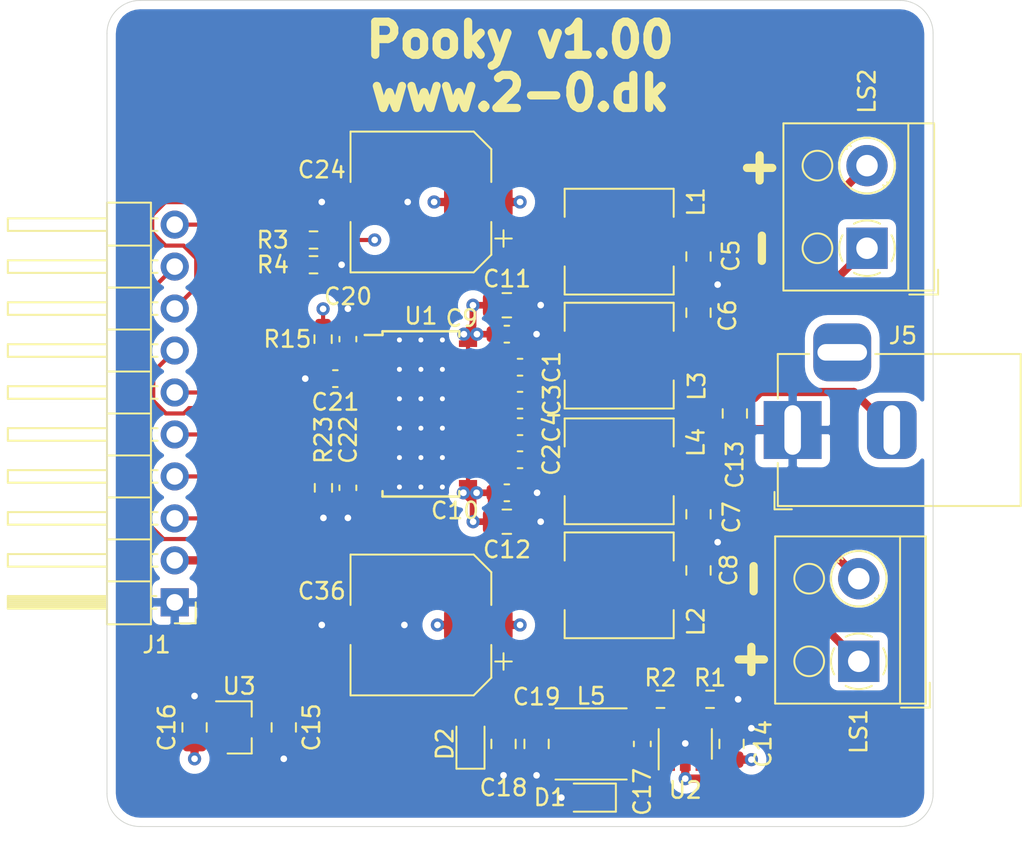
<source format=kicad_pcb>
(kicad_pcb (version 20171130) (host pcbnew 5.1.9-73d0e3b20d~88~ubuntu20.04.1)
  (title_block (title Pooky) (date 2021-06-05) (rev v1.00) (company www.2-0.dk))
  (layers (0 F.Cu signal) (1 In1.Cu signal) (2 In2.Cu signal) (31 B.Cu signal) (34 B.Paste user) (35 F.Paste user) (36 B.SilkS user) (37 F.SilkS user) (38 B.Mask user) (39 F.Mask user) (44 Edge.Cuts user))
  (net 0 "")
  (net 1 "Net-(C1-Pad2)")
  (net 2 "Net-(C1-Pad1)")
  (net 3 "Net-(C2-Pad2)")
  (net 4 "Net-(C2-Pad1)")
  (net 5 "Net-(C3-Pad1)")
  (net 6 "Net-(C3-Pad2)")
  (net 7 "Net-(C4-Pad2)")
  (net 8 "Net-(C4-Pad1)")
  (net 9 GND)
  (net 10 vin)
  (net 11 +5V)
  (net 12 +3V3)
  (net 13 "Net-(C17-Pad2)")
  (net 14 "Net-(C17-Pad1)")
  (net 15 "Net-(C18-Pad1)")
  (net 16 "Net-(C21-Pad2)")
  (net 17 "Net-(C22-Pad2)")
  (net 18 "Net-(R1-Pad1)")
  (net 19 tas_fault)
  (net 20 tas_pdn)
  (net 21 i2c_sda)
  (net 22 i2c_scl)
  (net 23 "Net-(C5-Pad2)")
  (net 24 "Net-(C6-Pad1)")
  (net 25 "Net-(C7-Pad2)")
  (net 26 "Net-(C8-Pad1)")
  (net 27 i2s1_ws)
  (net 28 i2s1_ck)
  (net 29 i2s1_sd)
  (net 30 adc_vin)
  (module Inductor_SMD:L_Coilcraft_XxL4040 (layer F.Cu) (at 179.3 120 180)
    (fp_text reference L5 (at 0 2.9) (layer F.SilkS))
    (fp_text value 4,7u)
    (pad 1 smd rect (at -1.185 0 180) (size 0.98 3.4) (layers F.Cu F.Paste F.Mask) (net 13 "Net-(C17-Pad2)"))
    (pad 2 smd rect (at 1.185 0 180) (size 0.98 3.4) (layers F.Cu F.Paste F.Mask) (net 15 "Net-(C18-Pad1)"))
  )
  (module Capacitor_SMD:C_0603_1608Metric (layer F.Cu) (at 175 97.2)
    (fp_text reference C1 (at 1.92 0 270) (layer F.SilkS))
    (fp_text value 220n)
    (pad 2 smd roundrect (at 0.775 0) (size 0.9 0.95) (layers F.Cu F.Paste F.Mask) (net 1 "Net-(C1-Pad2)"))
    (pad 1 smd roundrect (at -0.775 0) (size 0.9 0.95) (layers F.Cu F.Paste F.Mask) (net 2 "Net-(C1-Pad1)"))
  )
  (module Capacitor_SMD:C_0603_1608Metric (layer F.Cu) (at 175 102.8)
    (fp_text reference C2 (at 1.9 0 90) (layer F.SilkS))
    (fp_text value 220n)
    (pad 2 smd roundrect (at 0.775 0) (size 0.9 0.95) (layers F.Cu F.Paste F.Mask) (net 3 "Net-(C2-Pad2)"))
    (pad 1 smd roundrect (at -0.775 0) (size 0.9 0.95) (layers F.Cu F.Paste F.Mask) (net 4 "Net-(C2-Pad1)"))
  )
  (module Capacitor_SMD:C_0603_1608Metric (layer F.Cu) (at 175 99.2)
    (fp_text reference C3 (at 1.93 -0.01 90) (layer F.SilkS))
    (fp_text value 220n)
    (pad 1 smd roundrect (at -0.775 0) (size 0.9 0.95) (layers F.Cu F.Paste F.Mask) (net 5 "Net-(C3-Pad1)"))
    (pad 2 smd roundrect (at 0.775 0) (size 0.9 0.95) (layers F.Cu F.Paste F.Mask) (net 6 "Net-(C3-Pad2)"))
  )
  (module Capacitor_SMD:C_0603_1608Metric (layer F.Cu) (at 175 100.8)
    (fp_text reference C4 (at 1.91 0 90) (layer F.SilkS))
    (fp_text value 220n)
    (pad 2 smd roundrect (at 0.775 0) (size 0.9 0.95) (layers F.Cu F.Paste F.Mask) (net 7 "Net-(C4-Pad2)"))
    (pad 1 smd roundrect (at -0.775 0) (size 0.9 0.95) (layers F.Cu F.Paste F.Mask) (net 8 "Net-(C4-Pad1)"))
  )
  (module Capacitor_SMD:C_0805_2012Metric (layer F.Cu) (at 185.8 90.5 90)
    (fp_text reference C5 (at 0.04 1.96 90) (layer F.SilkS))
    (fp_text value 680n)
    (pad 2 smd roundrect (at 0.95 0 90) (size 1 1.45) (layers F.Cu F.Paste F.Mask) (net 23 "Net-(C5-Pad2)"))
    (pad 1 smd roundrect (at -0.95 0 90) (size 1 1.45) (layers F.Cu F.Paste F.Mask) (net 9 GND))
  )
  (module Capacitor_SMD:C_0805_2012Metric (layer F.Cu) (at 185.8 93.9 90)
    (fp_text reference C6 (at -0.18 1.76 90) (layer F.SilkS))
    (fp_text value 680n)
    (pad 2 smd roundrect (at 0.95 0 90) (size 1 1.45) (layers F.Cu F.Paste F.Mask) (net 9 GND))
    (pad 1 smd roundrect (at -0.95 0 90) (size 1 1.45) (layers F.Cu F.Paste F.Mask) (net 24 "Net-(C6-Pad1)"))
  )
  (module Capacitor_SMD:C_0805_2012Metric (layer F.Cu) (at 185.8 106.1 90)
    (fp_text reference C7 (at -0.19 2 90) (layer F.SilkS))
    (fp_text value 680n)
    (pad 1 smd roundrect (at -0.95 0 90) (size 1 1.45) (layers F.Cu F.Paste F.Mask) (net 9 GND))
    (pad 2 smd roundrect (at 0.95 0 90) (size 1 1.45) (layers F.Cu F.Paste F.Mask) (net 25 "Net-(C7-Pad2)"))
  )
  (module Capacitor_SMD:C_0805_2012Metric (layer F.Cu) (at 185.8 109.5 90)
    (fp_text reference C8 (at 0.02 1.83 90) (layer F.SilkS))
    (fp_text value 680n)
    (pad 1 smd roundrect (at -0.95 0 90) (size 1 1.45) (layers F.Cu F.Paste F.Mask) (net 26 "Net-(C8-Pad1)"))
    (pad 2 smd roundrect (at 0.95 0 90) (size 1 1.45) (layers F.Cu F.Paste F.Mask) (net 9 GND))
  )
  (module Capacitor_SMD:C_0603_1608Metric (layer F.Cu) (at 174.2 95.2)
    (fp_text reference C9 (at -2.73 -0.96) (layer F.SilkS))
    (fp_text value 100n)
    (pad 1 smd roundrect (at -0.775 0) (size 0.9 0.95) (layers F.Cu F.Paste F.Mask) (net 10 vin))
    (pad 2 smd roundrect (at 0.775 0) (size 0.9 0.95) (layers F.Cu F.Paste F.Mask) (net 9 GND))
  )
  (module Capacitor_SMD:C_0603_1608Metric (layer F.Cu) (at 174.2 104.8)
    (fp_text reference C10 (at -3.14 1.08) (layer F.SilkS))
    (fp_text value 100n)
    (pad 1 smd roundrect (at -0.775 0) (size 0.9 0.95) (layers F.Cu F.Paste F.Mask) (net 10 vin))
    (pad 2 smd roundrect (at 0.775 0) (size 0.9 0.95) (layers F.Cu F.Paste F.Mask) (net 9 GND))
  )
  (module Capacitor_SMD:C_0805_2012Metric (layer F.Cu) (at 174.2 93.45)
    (fp_text reference C11 (at 0.01 -1.6) (layer F.SilkS))
    (fp_text value 10u)
    (pad 1 smd roundrect (at -0.95 0) (size 1 1.45) (layers F.Cu F.Paste F.Mask) (net 10 vin))
    (pad 2 smd roundrect (at 0.95 0) (size 1 1.45) (layers F.Cu F.Paste F.Mask) (net 9 GND))
  )
  (module Capacitor_SMD:C_0805_2012Metric (layer F.Cu) (at 174.2 106.55)
    (fp_text reference C12 (at 0.01 1.69) (layer F.SilkS))
    (fp_text value 10u)
    (pad 1 smd roundrect (at -0.95 0) (size 1 1.45) (layers F.Cu F.Paste F.Mask) (net 10 vin))
    (pad 2 smd roundrect (at 0.95 0) (size 1 1.45) (layers F.Cu F.Paste F.Mask) (net 9 GND))
  )
  (module Capacitor_SMD:C_0805_2012Metric (layer F.Cu) (at 188 100 270)
    (fp_text reference C13 (at 3.1 0 90) (layer F.SilkS))
    (fp_text value 10u)
    (pad 1 smd roundrect (at -0.95 0 270) (size 1 1.45) (layers F.Cu F.Paste F.Mask) (net 10 vin))
    (pad 2 smd roundrect (at 0.95 0 270) (size 1 1.45) (layers F.Cu F.Paste F.Mask) (net 9 GND))
  )
  (module Capacitor_SMD:C_0805_2012Metric (layer F.Cu) (at 187.8 120 90)
    (fp_text reference C14 (at 0 1.9 90) (layer F.SilkS))
    (fp_text value 10u)
    (pad 2 smd roundrect (at 0.95 0 90) (size 1 1.45) (layers F.Cu F.Paste F.Mask) (net 9 GND))
    (pad 1 smd roundrect (at -0.95 0 90) (size 1 1.45) (layers F.Cu F.Paste F.Mask) (net 10 vin))
  )
  (module Capacitor_SMD:C_0805_2012Metric (layer F.Cu) (at 155.3 119 90)
    (fp_text reference C16 (at 0 -1.68 90) (layer F.SilkS))
    (fp_text value 10u)
    (pad 2 smd roundrect (at 0.95 0 90) (size 1 1.45) (layers F.Cu F.Paste F.Mask) (net 9 GND))
    (pad 1 smd roundrect (at -0.95 0 90) (size 1 1.45) (layers F.Cu F.Paste F.Mask) (net 12 +3V3))
  )
  (module Capacitor_SMD:C_0603_1608Metric (layer F.Cu) (at 182.4 120 270)
    (fp_text reference C17 (at 2.9 0 270) (layer F.SilkS))
    (fp_text value 22n)
    (pad 2 smd roundrect (at 0.775 0 270) (size 0.9 0.95) (layers F.Cu F.Paste F.Mask) (net 13 "Net-(C17-Pad2)"))
    (pad 1 smd roundrect (at -0.775 0 270) (size 0.9 0.95) (layers F.Cu F.Paste F.Mask) (net 14 "Net-(C17-Pad1)"))
  )
  (module Capacitor_SMD:C_0805_2012Metric (layer F.Cu) (at 174 120 270)
    (fp_text reference C18 (at 2.65 0 180) (layer F.SilkS))
    (fp_text value 10u)
    (pad 2 smd roundrect (at 0.95 0 270) (size 1 1.45) (layers F.Cu F.Paste F.Mask) (net 9 GND))
    (pad 1 smd roundrect (at -0.95 0 270) (size 1 1.45) (layers F.Cu F.Paste F.Mask) (net 15 "Net-(C18-Pad1)"))
  )
  (module Capacitor_SMD:C_0805_2012Metric (layer F.Cu) (at 176 120 270)
    (fp_text reference C19 (at -2.85 0 180) (layer F.SilkS))
    (fp_text value 10u)
    (pad 1 smd roundrect (at -0.95 0 270) (size 1 1.45) (layers F.Cu F.Paste F.Mask) (net 15 "Net-(C18-Pad1)"))
    (pad 2 smd roundrect (at 0.95 0 270) (size 1 1.45) (layers F.Cu F.Paste F.Mask) (net 9 GND))
  )
  (module Capacitor_SMD:C_0603_1608Metric (layer F.Cu) (at 164.58 95.5 270)
    (fp_text reference C20 (at -2.58 -0.01 180) (layer F.SilkS))
    (fp_text value 100n)
    (pad 2 smd roundrect (at 0.775 0 270) (size 0.9 0.95) (layers F.Cu F.Paste F.Mask) (net 12 +3V3))
    (pad 1 smd roundrect (at -0.775 0 270) (size 0.9 0.95) (layers F.Cu F.Paste F.Mask) (net 9 GND))
  )
  (module Capacitor_SMD:C_0603_1608Metric (layer F.Cu) (at 163.82 97.89)
    (fp_text reference C21 (at 0 1.42) (layer F.SilkS))
    (fp_text value 1u)
    (pad 1 smd roundrect (at -0.775 0) (size 0.9 0.95) (layers F.Cu F.Paste F.Mask) (net 9 GND))
    (pad 2 smd roundrect (at 0.775 0) (size 0.9 0.95) (layers F.Cu F.Paste F.Mask) (net 16 "Net-(C21-Pad2)"))
  )
  (module Capacitor_SMD:C_0603_1608Metric (layer F.Cu) (at 164.58 104.5 90)
    (fp_text reference C22 (at 2.9 0.02 90) (layer F.SilkS))
    (fp_text value 1u)
    (pad 1 smd roundrect (at -0.775 0 90) (size 0.9 0.95) (layers F.Cu F.Paste F.Mask) (net 9 GND))
    (pad 2 smd roundrect (at 0.775 0 90) (size 0.9 0.95) (layers F.Cu F.Paste F.Mask) (net 17 "Net-(C22-Pad2)"))
  )
  (module Capacitor_SMD:CP_Elec_8x11.9 (layer F.Cu) (at 169 87.2 180)
    (fp_text reference C24 (at 6 1.95) (layer F.SilkS))
    (fp_text value 330u)
    (pad 1 smd roundrect (at -3.475 0 180) (size 4.15 1.9) (layers F.Cu F.Paste F.Mask) (roundrect_rratio 0.131578947368421) (net 10 vin))
    (pad 2 smd roundrect (at 3.475 0 180) (size 4.15 1.9) (layers F.Cu F.Paste F.Mask) (roundrect_rratio 0.131578947368421) (net 9 GND))
  )
  (module Capacitor_SMD:CP_Elec_8x11.9 (layer F.Cu) (at 169 112.8 180)
    (fp_text reference C36 (at 6 2.05) (layer F.SilkS))
    (fp_text value 330u)
    (pad 2 smd roundrect (at 3.475 0 180) (size 4.15 1.9) (layers F.Cu F.Paste F.Mask) (roundrect_rratio 0.131578947368421) (net 9 GND))
    (pad 1 smd roundrect (at -3.475 0 180) (size 4.15 1.9) (layers F.Cu F.Paste F.Mask) (roundrect_rratio 0.131578947368421) (net 10 vin))
  )
  (module Diode_SMD:D_SOD-323 (layer F.Cu) (at 179.3 123.25 180)
    (fp_text reference D1 (at 2.5 0.01 180) (layer F.SilkS))
    (fp_text value 1N5819WS)
    (pad 2 smd rect (at 1.05 0 180) (size 0.6 0.45) (layers F.Cu F.Paste F.Mask) (net 9 GND))
    (pad 1 smd rect (at -1.05 0 180) (size 0.6 0.45) (layers F.Cu F.Paste F.Mask) (net 13 "Net-(C17-Pad2)"))
  )
  (module Diode_SMD:D_SOD-323 (layer F.Cu) (at 172 120 90)
    (fp_text reference D2 (at 0 -1.55 90) (layer F.SilkS))
    (fp_text value 1N5819WS)
    (pad 1 smd rect (at -1.05 0 90) (size 0.6 0.45) (layers F.Cu F.Paste F.Mask) (net 11 +5V))
    (pad 2 smd rect (at 1.05 0 90) (size 0.6 0.45) (layers F.Cu F.Paste F.Mask) (net 15 "Net-(C18-Pad1)"))
  )
  (module Inductor_SMD:L_6.3x6.3_H3 (layer F.Cu) (at 181 89.6)
    (fp_text reference L1 (at 4.65 -2.4 90) (layer F.SilkS))
    (fp_text value 4,7u)
    (pad 2 smd rect (at 2.75 0) (size 1.5 2.4) (layers F.Cu F.Paste F.Mask) (net 23 "Net-(C5-Pad2)"))
    (pad 1 smd rect (at -2.75 0) (size 1.5 2.4) (layers F.Cu F.Paste F.Mask) (net 1 "Net-(C1-Pad2)"))
  )
  (module Inductor_SMD:L_6.3x6.3_H3 (layer F.Cu) (at 181 110.4)
    (fp_text reference L2 (at 4.65 2.2 90) (layer F.SilkS))
    (fp_text value 4,7u)
    (pad 1 smd rect (at -2.75 0) (size 1.5 2.4) (layers F.Cu F.Paste F.Mask) (net 3 "Net-(C2-Pad2)"))
    (pad 2 smd rect (at 2.75 0) (size 1.5 2.4) (layers F.Cu F.Paste F.Mask) (net 26 "Net-(C8-Pad1)"))
  )
  (module Inductor_SMD:L_6.3x6.3_H3 (layer F.Cu) (at 181 96.5)
    (fp_text reference L3 (at 4.7 1.85 90) (layer F.SilkS))
    (fp_text value 4,7u)
    (pad 2 smd rect (at 2.75 0) (size 1.5 2.4) (layers F.Cu F.Paste F.Mask) (net 24 "Net-(C6-Pad1)"))
    (pad 1 smd rect (at -2.75 0) (size 1.5 2.4) (layers F.Cu F.Paste F.Mask) (net 6 "Net-(C3-Pad2)"))
  )
  (module Inductor_SMD:L_6.3x6.3_H3 (layer F.Cu) (at 181 103.5)
    (fp_text reference L4 (at 4.65 -1.75 90) (layer F.SilkS))
    (fp_text value 4,7u)
    (pad 1 smd rect (at -2.75 0) (size 1.5 2.4) (layers F.Cu F.Paste F.Mask) (net 7 "Net-(C4-Pad2)"))
    (pad 2 smd rect (at 2.75 0) (size 1.5 2.4) (layers F.Cu F.Paste F.Mask) (net 25 "Net-(C7-Pad2)"))
  )
  (module Resistor_SMD:R_0603_1608Metric (layer F.Cu) (at 186.5 117.3)
    (fp_text reference R1 (at 0 -1.3) (layer F.SilkS))
    (fp_text value 10k)
    (pad 2 smd roundrect (at 0.825 0) (size 0.8 0.95) (layers F.Cu F.Paste F.Mask) (net 9 GND))
    (pad 1 smd roundrect (at -0.825 0) (size 0.8 0.95) (layers F.Cu F.Paste F.Mask) (net 18 "Net-(R1-Pad1)"))
  )
  (module Resistor_SMD:R_0603_1608Metric (layer F.Cu) (at 183.5 117.3)
    (fp_text reference R2 (at 0 -1.3) (layer F.SilkS))
    (fp_text value 51k)
    (pad 1 smd roundrect (at -0.825 0) (size 0.8 0.95) (layers F.Cu F.Paste F.Mask) (net 15 "Net-(C18-Pad1)"))
    (pad 2 smd roundrect (at 0.825 0) (size 0.8 0.95) (layers F.Cu F.Paste F.Mask) (net 18 "Net-(R1-Pad1)"))
  )
  (module Resistor_SMD:R_0603_1608Metric (layer F.Cu) (at 163.08 95.5 90)
    (fp_text reference R15 (at 0 -2.16 180) (layer F.SilkS))
    (fp_text value 4k7)
    (pad 1 smd roundrect (at -0.825 0 90) (size 0.8 0.95) (layers F.Cu F.Paste F.Mask) (net 19 tas_fault))
    (pad 2 smd roundrect (at 0.825 0 90) (size 0.8 0.95) (layers F.Cu F.Paste F.Mask) (net 12 +3V3))
  )
  (module Resistor_SMD:R_0603_1608Metric (layer F.Cu) (at 163.1 104.5 90)
    (fp_text reference R23 (at 2.9 0 90) (layer F.SilkS))
    (fp_text value 100k)
    (pad 2 smd roundrect (at 0.825 0 90) (size 0.8 0.95) (layers F.Cu F.Paste F.Mask) (net 20 tas_pdn))
    (pad 1 smd roundrect (at -0.825 0 90) (size 0.8 0.95) (layers F.Cu F.Paste F.Mask) (net 9 GND))
  )
  (module Package_SO:HTSSOP-28-1EP_4.4x9.7mm_P0.65mm_EP3.4x9.5mm_Mask2.4x6.17mm_ThermalVias (layer F.Cu) (at 169 100)
    (fp_text reference U1 (at 0 -5.9) (layer F.SilkS))
    (fp_text value TAS5805M)
    (pad 1 smd rect (at -2.85 -4.225) (size 1.1 0.4) (layers F.Cu F.Paste F.Mask) (net 9 GND))
    (pad 2 smd rect (at -2.85 -3.575) (size 1.1 0.4) (layers F.Cu F.Paste F.Mask) (net 12 +3V3))
    (pad 3 smd rect (at -2.85 -2.925) (size 1.1 0.4) (layers F.Cu F.Paste F.Mask) (net 19 tas_fault))
    (pad 4 smd rect (at -2.85 -2.275) (size 1.1 0.4) (layers F.Cu F.Paste F.Mask) (net 16 "Net-(C21-Pad2)"))
    (pad 5 smd rect (at -2.85 -1.625) (size 1.1 0.4) (layers F.Cu F.Paste F.Mask) (net 9 GND))
    (pad 6 smd rect (at -2.85 -0.975) (size 1.1 0.4) (layers F.Cu F.Paste F.Mask) (net 27 i2s1_ws))
    (pad 7 smd rect (at -2.85 -0.325) (size 1.1 0.4) (layers F.Cu F.Paste F.Mask) (net 28 i2s1_ck))
    (pad 8 smd rect (at -2.85 0.325) (size 1.1 0.4) (layers F.Cu F.Paste F.Mask) (net 29 i2s1_sd))
    (pad 9 smd rect (at -2.85 0.975) (size 1.1 0.4) (layers F.Cu F.Paste F.Mask))
    (pad 10 smd rect (at -2.85 1.625) (size 1.1 0.4) (layers F.Cu F.Paste F.Mask) (net 21 i2c_sda))
    (pad 11 smd rect (at -2.85 2.275) (size 1.1 0.4) (layers F.Cu F.Paste F.Mask) (net 22 i2c_scl))
    (pad 12 smd rect (at -2.85 2.925) (size 1.1 0.4) (layers F.Cu F.Paste F.Mask) (net 20 tas_pdn))
    (pad 13 smd rect (at -2.85 3.575) (size 1.1 0.4) (layers F.Cu F.Paste F.Mask) (net 17 "Net-(C22-Pad2)"))
    (pad 14 smd rect (at -2.85 4.225) (size 1.1 0.4) (layers F.Cu F.Paste F.Mask) (net 9 GND))
    (pad 15 smd rect (at 2.85 4.225) (size 1.1 0.4) (layers F.Cu F.Paste F.Mask) (net 10 vin))
    (pad 16 smd rect (at 2.85 3.575) (size 1.1 0.4) (layers F.Cu F.Paste F.Mask) (net 10 vin))
    (pad 17 smd rect (at 2.85 2.925) (size 1.1 0.4) (layers F.Cu F.Paste F.Mask) (net 3 "Net-(C2-Pad2)"))
    (pad 18 smd rect (at 2.85 2.275) (size 1.1 0.4) (layers F.Cu F.Paste F.Mask) (net 4 "Net-(C2-Pad1)"))
    (pad 19 smd rect (at 2.85 1.625) (size 1.1 0.4) (layers F.Cu F.Paste F.Mask) (net 9 GND))
    (pad 20 smd rect (at 2.85 0.975) (size 1.1 0.4) (layers F.Cu F.Paste F.Mask) (net 7 "Net-(C4-Pad2)"))
    (pad 21 smd rect (at 2.85 0.325) (size 1.1 0.4) (layers F.Cu F.Paste F.Mask) (net 8 "Net-(C4-Pad1)"))
    (pad 22 smd rect (at 2.85 -0.325) (size 1.1 0.4) (layers F.Cu F.Paste F.Mask) (net 5 "Net-(C3-Pad1)"))
    (pad 23 smd rect (at 2.85 -0.975) (size 1.1 0.4) (layers F.Cu F.Paste F.Mask) (net 6 "Net-(C3-Pad2)"))
    (pad 24 smd rect (at 2.85 -1.625) (size 1.1 0.4) (layers F.Cu F.Paste F.Mask) (net 9 GND))
    (pad 25 smd rect (at 2.85 -2.275) (size 1.1 0.4) (layers F.Cu F.Paste F.Mask) (net 2 "Net-(C1-Pad1)"))
    (pad 26 smd rect (at 2.85 -2.925) (size 1.1 0.4) (layers F.Cu F.Paste F.Mask) (net 1 "Net-(C1-Pad2)"))
    (pad 27 smd rect (at 2.85 -3.575) (size 1.1 0.4) (layers F.Cu F.Paste F.Mask) (net 10 vin))
    (pad 28 smd rect (at 2.85 -4.225) (size 1.1 0.4) (layers F.Cu F.Paste F.Mask) (net 10 vin))
    (pad 29 smd rect (at 0 0) (size 3.4 9.7) (layers F.Cu) (net 9 GND))
    (pad 29 thru_hole circle (at -1.3 -4.45) (size 0.6 0.6) (drill 0.3) (layers *.Cu) (net 9 GND))
    (pad 29 thru_hole circle (at 0 -4.45) (size 0.6 0.6) (drill 0.3) (layers *.Cu) (net 9 GND))
    (pad 29 thru_hole circle (at 1.3 -4.45) (size 0.6 0.6) (drill 0.3) (layers *.Cu) (net 9 GND))
    (pad 29 thru_hole circle (at 1.3 -2.67) (size 0.6 0.6) (drill 0.3) (layers *.Cu) (net 9 GND))
    (pad 29 thru_hole circle (at 0 -2.67) (size 0.6 0.6) (drill 0.3) (layers *.Cu) (net 9 GND))
    (pad 29 thru_hole circle (at -1.3 -2.67) (size 0.6 0.6) (drill 0.3) (layers *.Cu) (net 9 GND))
    (pad 29 thru_hole circle (at 1.3 -0.89) (size 0.6 0.6) (drill 0.3) (layers *.Cu) (net 9 GND))
    (pad 29 thru_hole circle (at 0 -0.89) (size 0.6 0.6) (drill 0.3) (layers *.Cu) (net 9 GND))
    (pad 29 thru_hole circle (at -1.3 -0.89) (size 0.6 0.6) (drill 0.3) (layers *.Cu) (net 9 GND))
    (pad 29 thru_hole circle (at 1.3 0.89) (size 0.6 0.6) (drill 0.3) (layers *.Cu) (net 9 GND))
    (pad 29 thru_hole circle (at 0 0.89) (size 0.6 0.6) (drill 0.3) (layers *.Cu) (net 9 GND))
    (pad 29 thru_hole circle (at -1.3 0.89) (size 0.6 0.6) (drill 0.3) (layers *.Cu) (net 9 GND))
    (pad 29 thru_hole circle (at 1.3 2.67) (size 0.6 0.6) (drill 0.3) (layers *.Cu) (net 9 GND))
    (pad 29 thru_hole circle (at 0 2.67) (size 0.6 0.6) (drill 0.3) (layers *.Cu) (net 9 GND))
    (pad 29 thru_hole circle (at -1.3 2.67) (size 0.6 0.6) (drill 0.3) (layers *.Cu) (net 9 GND))
    (pad 29 thru_hole circle (at 1.3 4.45) (size 0.6 0.6) (drill 0.3) (layers *.Cu) (net 9 GND))
    (pad 29 thru_hole circle (at 0 4.45) (size 0.6 0.6) (drill 0.3) (layers *.Cu) (net 9 GND))
    (pad 29 thru_hole circle (at -1.3 4.45) (size 0.6 0.6) (drill 0.3) (layers *.Cu) (net 9 GND))
    (pad 29 smd rect (at 0 0) (size 3.4 9.7) (layers B.Cu) (net 9 GND))
  )
  (module Package_TO_SOT_SMD:SOT-23-6 (layer F.Cu) (at 185 120 90)
    (fp_text reference U2 (at -2.8 0 180) (layer F.SilkS))
    (fp_text value ACT4088)
    (pad 1 smd rect (at -1.1 -0.95 90) (size 1.06 0.65) (layers F.Cu F.Paste F.Mask) (net 13 "Net-(C17-Pad2)"))
    (pad 2 smd rect (at -1.1 0 90) (size 1.06 0.65) (layers F.Cu F.Paste F.Mask) (net 10 vin))
    (pad 3 smd rect (at -1.1 0.95 90) (size 1.06 0.65) (layers F.Cu F.Paste F.Mask))
    (pad 4 smd rect (at 1.1 0.95 90) (size 1.06 0.65) (layers F.Cu F.Paste F.Mask) (net 18 "Net-(R1-Pad1)"))
    (pad 6 smd rect (at 1.1 -0.95 90) (size 1.06 0.65) (layers F.Cu F.Paste F.Mask) (net 14 "Net-(C17-Pad1)"))
    (pad 5 smd rect (at 1.1 0 90) (size 1.06 0.65) (layers F.Cu F.Paste F.Mask) (net 9 GND))
  )
  (module Package_TO_SOT_SMD:SOT-23 (layer F.Cu) (at 158 119)
    (fp_text reference U3 (at 0 -2.5) (layer F.SilkS))
    (fp_text value XC6206)
    (pad 1 smd rect (at -1 -0.95) (size 0.9 0.8) (layers F.Cu F.Paste F.Mask) (net 9 GND))
    (pad 2 smd rect (at -1 0.95) (size 0.9 0.8) (layers F.Cu F.Paste F.Mask) (net 12 +3V3))
    (pad 3 smd rect (at 1 0) (size 0.9 0.8) (layers F.Cu F.Paste F.Mask) (net 11 +5V))
  )
  (module Connector_BarrelJack:BarrelJack_Horizontal (layer F.Cu) (at 191.5 101 180)
    (fp_text reference J5 (at -6.67 5.71) (layer F.SilkS))
    (fp_text value Barrel_Jack)
    (pad 1 thru_hole rect (at 0 0 180) (size 3.5 3.5) (drill oval 1 3) (layers *.Cu *.Mask) (net 9 GND))
    (pad 2 thru_hole roundrect (at -6 0 180) (size 3 3.5) (drill oval 1 3) (layers *.Cu *.Mask) (net 10 vin))
    (pad 3 thru_hole roundrect (at -3 4.7 180) (size 3.5 3.5) (drill oval 3 1) (layers *.Cu *.Mask))
  )
  (module TerminalBlock_RND:TerminalBlock_RND_205-00001_1x02_P5.00mm_Horizontal (layer F.Cu) (at 196 90 90)
    (fp_text reference LS2 (at 9.5 0 90) (layer F.SilkS))
    (fp_text value Speaker)
    (pad 2 thru_hole circle (at 5 0 90) (size 2.5 2.5) (drill 1.3) (layers *.Cu *.Mask) (net 23 "Net-(C5-Pad2)"))
    (pad 1 thru_hole rect (at 0 0 90) (size 2.5 2.5) (drill 1.3) (layers *.Cu *.Mask) (net 24 "Net-(C6-Pad1)"))
  )
  (module TerminalBlock_RND:TerminalBlock_RND_205-00001_1x02_P5.00mm_Horizontal (layer F.Cu) (at 195.5 115 90)
    (fp_text reference LS1 (at -4.25 0 90) (layer F.SilkS))
    (fp_text value Speaker)
    (pad 1 thru_hole rect (at 0 0 90) (size 2.5 2.5) (drill 1.3) (layers *.Cu *.Mask) (net 26 "Net-(C8-Pad1)"))
    (pad 2 thru_hole circle (at 5 0 90) (size 2.5 2.5) (drill 1.3) (layers *.Cu *.Mask) (net 25 "Net-(C7-Pad2)"))
  )
  (module Connector_PinHeader_2.54mm:PinHeader_1x10_P2.54mm_Horizontal (layer F.Cu) (at 154.1 111.43 180)
    (fp_text reference J1 (at 1.1 -2.57) (layer F.SilkS))
    (fp_text value "I2S Header")
    (pad 1 thru_hole rect (at 0 0 180) (size 1.7 1.7) (drill 1) (layers *.Cu *.Mask) (net 9 GND))
    (pad 2 thru_hole oval (at 0 2.54 180) (size 1.7 1.7) (drill 1) (layers *.Cu *.Mask) (net 11 +5V))
    (pad 3 thru_hole oval (at 0 5.08 180) (size 1.7 1.7) (drill 1) (layers *.Cu *.Mask) (net 22 i2c_scl))
    (pad 4 thru_hole oval (at 0 7.62 180) (size 1.7 1.7) (drill 1) (layers *.Cu *.Mask) (net 21 i2c_sda))
    (pad 5 thru_hole oval (at 0 10.16 180) (size 1.7 1.7) (drill 1) (layers *.Cu *.Mask) (net 29 i2s1_sd))
    (pad 6 thru_hole oval (at 0 12.7 180) (size 1.7 1.7) (drill 1) (layers *.Cu *.Mask) (net 27 i2s1_ws))
    (pad 7 thru_hole oval (at 0 15.24 180) (size 1.7 1.7) (drill 1) (layers *.Cu *.Mask) (net 28 i2s1_ck))
    (pad 8 thru_hole oval (at 0 17.78 180) (size 1.7 1.7) (drill 1) (layers *.Cu *.Mask) (net 30 adc_vin))
    (pad 9 thru_hole oval (at 0 20.32 180) (size 1.7 1.7) (drill 1) (layers *.Cu *.Mask) (net 20 tas_pdn))
    (pad 10 thru_hole oval (at 0 22.86 180) (size 1.7 1.7) (drill 1) (layers *.Cu *.Mask) (net 19 tas_fault))
  )
  (module Resistor_SMD:R_0603_1608Metric (layer F.Cu) (at 162.5 89.5 180)
    (fp_text reference R3 (at 2.47 0) (layer F.SilkS))
    (fp_text value R)
    (pad 1 smd roundrect (at -0.825 0 180) (size 0.8 0.95) (layers F.Cu F.Paste F.Mask) (net 10 vin))
    (pad 2 smd roundrect (at 0.825 0 180) (size 0.8 0.95) (layers F.Cu F.Paste F.Mask) (net 30 adc_vin))
  )
  (module Resistor_SMD:R_0603_1608Metric (layer F.Cu) (at 162.5 91)
    (fp_text reference R4 (at -2.46 0) (layer F.SilkS))
    (fp_text value R)
    (pad 2 smd roundrect (at 0.825 0) (size 0.8 0.95) (layers F.Cu F.Paste F.Mask) (net 9 GND))
    (pad 1 smd roundrect (at -0.825 0) (size 0.8 0.95) (layers F.Cu F.Paste F.Mask) (net 30 adc_vin))
  )
  (module Capacitor_SMD:C_0805_2012Metric (layer F.Cu) (at 160.7 119 270)
    (fp_text reference C15 (at 0 -1.68 90) (layer F.SilkS))
    (fp_text value 1u)
    (pad 1 smd roundrect (at -0.95 0 270) (size 1 1.45) (layers F.Cu F.Paste F.Mask) (net 11 +5V))
    (pad 2 smd roundrect (at 0.95 0 270) (size 1 1.45) (layers F.Cu F.Paste F.Mask) (net 9 GND))
  )
  (gr_text - (at 189 110 90) (layer F.SilkS) (effects (font (size 2 2) (thickness 0.5))))
  (gr_text + (at 189 114.75) (layer F.SilkS) (effects (font (size 2 2) (thickness 0.5))))
  (gr_text + (at 189.5 85) (layer F.SilkS) (effects (font (size 2 2) (thickness 0.5))))
  (gr_text - (at 189.5 90 90) (layer F.SilkS) (effects (font (size 2 2) (thickness 0.5))))
  (gr_text "Pooky v1.00\nwww.2-0.dk" (at 175 79) (layer F.SilkS) (effects (font (size 2 2) (thickness 0.5))))
  (gr_arc (start 152 123) (end 150 123) (angle -90) (layer Edge.Cuts) (width 0.05))
  (gr_arc (start 152 77) (end 152 75) (angle -90) (layer Edge.Cuts) (width 0.05))
  (gr_arc (start 198 123) (end 198 125) (angle -90) (layer Edge.Cuts) (width 0.05))
  (gr_arc (start 198 77) (end 200 77) (angle -90) (layer Edge.Cuts) (width 0.05))
  (gr_line (start 150 123) (end 150 77) (layer Edge.Cuts) (width 0.05))
  (gr_line (start 198 125) (end 152 125) (layer Edge.Cuts) (width 0.05))
  (gr_line (start 200 77) (end 200 123) (layer Edge.Cuts) (width 0.05))
  (gr_line (start 152 75) (end 198 75) (layer Edge.Cuts) (width 0.05))
  (segment (start 174.805 96.23) (end 175.775 97.2) (width 0.4) (layer F.Cu) (net 1))
  (segment (start 173.71 96.23) (end 174.805 96.23) (width 0.4) (layer F.Cu) (net 1))
  (segment (start 172.865 97.075) (end 173.71 96.23) (width 0.4) (layer F.Cu) (net 1))
  (segment (start 171.85 97.075) (end 172.865 97.075) (width 0.4) (layer F.Cu) (net 1))
  (segment (start 178.25 93.13) (end 178.25 89.6) (width 0.5) (layer F.Cu) (net 1))
  (segment (start 176.9 94.48) (end 178.25 93.13) (width 0.5) (layer F.Cu) (net 1))
  (segment (start 176.9 96.075) (end 176.9 94.48) (width 0.5) (layer F.Cu) (net 1))
  (segment (start 175.775 97.2) (end 176.9 96.075) (width 0.5) (layer F.Cu) (net 1))
  (segment (start 173.7 97.725) (end 174.225 97.2) (width 0.25) (layer F.Cu) (net 2))
  (segment (start 171.85 97.725) (end 173.7 97.725) (width 0.25) (layer F.Cu) (net 2))
  (segment (start 174.795 103.78) (end 175.775 102.8) (width 0.4) (layer F.Cu) (net 3))
  (segment (start 173.69 103.78) (end 174.795 103.78) (width 0.4) (layer F.Cu) (net 3))
  (segment (start 172.835 102.925) (end 173.69 103.78) (width 0.4) (layer F.Cu) (net 3))
  (segment (start 171.85 102.925) (end 172.835 102.925) (width 0.4) (layer F.Cu) (net 3))
  (segment (start 178.25 106.86) (end 178.25 110.4) (width 0.5) (layer F.Cu) (net 3))
  (segment (start 176.92 105.53) (end 178.25 106.86) (width 0.5) (layer F.Cu) (net 3))
  (segment (start 176.92 103.945) (end 176.92 105.53) (width 0.5) (layer F.Cu) (net 3))
  (segment (start 175.775 102.8) (end 176.92 103.945) (width 0.5) (layer F.Cu) (net 3))
  (segment (start 173.775 102.8) (end 174.225 102.8) (width 0.25) (layer F.Cu) (net 4))
  (segment (start 173.25 102.275) (end 173.775 102.8) (width 0.25) (layer F.Cu) (net 4))
  (segment (start 171.85 102.275) (end 173.25 102.275) (width 0.25) (layer F.Cu) (net 4))
  (segment (start 173.75 99.675) (end 174.225 99.2) (width 0.25) (layer F.Cu) (net 5))
  (segment (start 171.85 99.675) (end 173.75 99.675) (width 0.25) (layer F.Cu) (net 5))
  (segment (start 178.25 96.725) (end 175.775 99.2) (width 0.5) (layer F.Cu) (net 6))
  (segment (start 178.25 96.5) (end 178.25 96.725) (width 0.5) (layer F.Cu) (net 6))
  (segment (start 174.835 98.26) (end 175.775 99.2) (width 0.4) (layer F.Cu) (net 6))
  (segment (start 173.6 98.26) (end 174.835 98.26) (width 0.4) (layer F.Cu) (net 6))
  (segment (start 172.835 99.025) (end 173.6 98.26) (width 0.4) (layer F.Cu) (net 6))
  (segment (start 171.85 99.025) (end 172.835 99.025) (width 0.4) (layer F.Cu) (net 6))
  (segment (start 178.25 103.275) (end 175.775 100.8) (width 0.5) (layer F.Cu) (net 7))
  (segment (start 178.25 103.5) (end 178.25 103.275) (width 0.5) (layer F.Cu) (net 7))
  (segment (start 174.815 101.76) (end 175.775 100.8) (width 0.4) (layer F.Cu) (net 7))
  (segment (start 173.66 101.76) (end 174.815 101.76) (width 0.4) (layer F.Cu) (net 7))
  (segment (start 172.875 100.975) (end 173.66 101.76) (width 0.4) (layer F.Cu) (net 7))
  (segment (start 171.85 100.975) (end 172.875 100.975) (width 0.4) (layer F.Cu) (net 7))
  (segment (start 173.75 100.325) (end 174.225 100.8) (width 0.25) (layer F.Cu) (net 8))
  (segment (start 171.85 100.325) (end 173.75 100.325) (width 0.25) (layer F.Cu) (net 8))
  (segment (start 169.425 100) (end 169 100) (width 0.25) (layer F.Cu) (net 9))
  (segment (start 171.05 98.375) (end 169.425 100) (width 0.25) (layer F.Cu) (net 9))
  (segment (start 171.85 98.375) (end 171.05 98.375) (width 0.25) (layer F.Cu) (net 9))
  (segment (start 170.625 101.625) (end 169 100) (width 0.25) (layer F.Cu) (net 9))
  (segment (start 171.85 101.625) (end 170.625 101.625) (width 0.25) (layer F.Cu) (net 9))
  (segment (start 167.375 98.375) (end 169 100) (width 0.25) (layer F.Cu) (net 9))
  (segment (start 166.15 98.375) (end 167.375 98.375) (width 0.25) (layer F.Cu) (net 9))
  (segment (start 169 102.175) (end 169 100.89) (width 0.25) (layer F.Cu) (net 9))
  (segment (start 166.95 104.225) (end 169 102.175) (width 0.25) (layer F.Cu) (net 9))
  (segment (start 166.15 104.225) (end 166.95 104.225) (width 0.25) (layer F.Cu) (net 9))
  (segment (start 169 97.825) (end 169 100) (width 0.25) (layer F.Cu) (net 9))
  (segment (start 166.95 95.775) (end 169 97.825) (width 0.25) (layer F.Cu) (net 9))
  (segment (start 166.15 95.775) (end 166.95 95.775) (width 0.25) (layer F.Cu) (net 9))
  (via (at 164.58 93.66) (size 0.8) (drill 0.4) (layers F.Cu B.Cu) (net 9))
  (via (at 164.58 106.32) (size 0.8) (drill 0.4) (layers F.Cu B.Cu) (net 9))
  (via (at 189 119.05) (size 0.8) (drill 0.4) (layers F.Cu B.Cu) (net 9))
  (via (at 177.5 123.25) (size 0.8) (drill 0.4) (layers F.Cu B.Cu) (net 9))
  (via (at 174 121.9) (size 0.8) (drill 0.4) (layers F.Cu B.Cu) (net 9))
  (via (at 155.3 117.1) (size 0.8) (drill 0.4) (layers F.Cu B.Cu) (net 9))
  (segment (start 191.45 100.95) (end 191.5 101) (width 0.25) (layer F.Cu) (net 9))
  (segment (start 188 100.95) (end 191.45 100.95) (width 0.5) (layer F.Cu) (net 9))
  (via (at 163.1 106.32) (size 0.8) (drill 0.4) (layers F.Cu B.Cu) (net 9))
  (segment (start 163.1 105.325) (end 163.1 106.32) (width 0.25) (layer F.Cu) (net 9))
  (segment (start 164.58 105.275) (end 164.58 106.32) (width 0.25) (layer F.Cu) (net 9))
  (segment (start 164.58 94.725) (end 164.58 93.66) (width 0.25) (layer F.Cu) (net 9))
  (via (at 162 97.89) (size 0.8) (drill 0.4) (layers F.Cu B.Cu) (net 9))
  (segment (start 163.045 97.89) (end 162 97.89) (width 0.25) (layer F.Cu) (net 9))
  (via (at 168.199982 87.2) (size 0.8) (drill 0.4) (layers F.Cu B.Cu) (net 9))
  (segment (start 165.525 87.2) (end 168.199982 87.2) (width 0.5) (layer F.Cu) (net 9))
  (via (at 176.249992 93.44) (size 0.8) (drill 0.4) (layers F.Cu B.Cu) (net 9))
  (via (at 176 95.2) (size 0.8) (drill 0.4) (layers F.Cu B.Cu) (net 9))
  (via (at 176.25 106.55) (size 0.8) (drill 0.4) (layers F.Cu B.Cu) (net 9))
  (via (at 176.03 104.8) (size 0.8) (drill 0.4) (layers F.Cu B.Cu) (net 9))
  (segment (start 174.975 95.2) (end 176 95.2) (width 0.5) (layer F.Cu) (net 9))
  (segment (start 174.975 93.625) (end 175.15 93.45) (width 0.5) (layer F.Cu) (net 9))
  (segment (start 174.975 95.2) (end 174.975 93.625) (width 0.5) (layer F.Cu) (net 9))
  (segment (start 175.16 93.44) (end 175.15 93.45) (width 0.5) (layer F.Cu) (net 9))
  (segment (start 176.249992 93.44) (end 175.16 93.44) (width 0.5) (layer F.Cu) (net 9))
  (segment (start 176.03 104.8) (end 174.975 104.8) (width 0.5) (layer F.Cu) (net 9))
  (segment (start 176.25 106.55) (end 175.15 106.55) (width 0.5) (layer F.Cu) (net 9))
  (segment (start 174.975 106.375) (end 175.15 106.55) (width 0.5) (layer F.Cu) (net 9))
  (segment (start 174.975 104.8) (end 174.975 106.375) (width 0.5) (layer F.Cu) (net 9))
  (via (at 186.96 107.790001) (size 0.8) (drill 0.4) (layers F.Cu B.Cu) (net 9))
  (via (at 186.96 92.2) (size 0.8) (drill 0.4) (layers F.Cu B.Cu) (net 9))
  (segment (start 186.55 92.2) (end 185.8 91.45) (width 0.5) (layer F.Cu) (net 9))
  (segment (start 186.55 92.2) (end 185.8 92.95) (width 0.5) (layer F.Cu) (net 9))
  (segment (start 186.96 92.2) (end 186.55 92.2) (width 0.5) (layer F.Cu) (net 9))
  (segment (start 186.540001 107.790001) (end 185.8 107.05) (width 0.5) (layer F.Cu) (net 9))
  (segment (start 186.96 107.790001) (end 186.540001 107.790001) (width 0.5) (layer F.Cu) (net 9))
  (segment (start 186.559999 107.790001) (end 185.8 108.55) (width 0.5) (layer F.Cu) (net 9))
  (segment (start 186.96 107.790001) (end 186.559999 107.790001) (width 0.5) (layer F.Cu) (net 9))
  (via (at 160.7 120.9) (size 0.8) (drill 0.4) (layers F.Cu B.Cu) (net 9))
  (via (at 164.2 91) (size 0.8) (drill 0.4) (layers F.Cu B.Cu) (net 9))
  (segment (start 163.325 91) (end 164.2 91) (width 0.25) (layer F.Cu) (net 9))
  (segment (start 155.3 117.1) (end 155.3 118.05) (width 0.5) (layer F.Cu) (net 9))
  (segment (start 157 118.05) (end 155.3 118.05) (width 0.5) (layer F.Cu) (net 9))
  (segment (start 160.7 119.875) (end 160.7 120.8) (width 0.5) (layer F.Cu) (net 9))
  (segment (start 187.8 119.05) (end 189 119.05) (width 0.5) (layer F.Cu) (net 9))
  (via (at 185 119.969998) (size 0.8) (drill 0.4) (layers F.Cu B.Cu) (net 9))
  (segment (start 185 118.9) (end 185 119.969998) (width 0.5) (layer F.Cu) (net 9))
  (via (at 188.2 117.3) (size 0.8) (drill 0.4) (layers F.Cu B.Cu) (net 9))
  (segment (start 187.325 117.3) (end 188.2 117.3) (width 0.25) (layer F.Cu) (net 9))
  (segment (start 178.25 123.25) (end 177.5 123.25) (width 0.5) (layer F.Cu) (net 9))
  (via (at 176 121.9) (size 0.8) (drill 0.4) (layers F.Cu B.Cu) (net 9))
  (segment (start 176 120.95) (end 176 121.9) (width 0.5) (layer F.Cu) (net 9))
  (segment (start 174 120.95) (end 174 121.9) (width 0.5) (layer F.Cu) (net 9))
  (via (at 168.000012 112.8) (size 0.8) (drill 0.4) (layers F.Cu B.Cu) (net 9))
  (segment (start 165.525 112.8) (end 168.000012 112.8) (width 0.5) (layer F.Cu) (net 9))
  (via (at 163 87.2) (size 0.8) (drill 0.4) (layers F.Cu B.Cu) (net 9))
  (segment (start 165.525 87.2) (end 163 87.2) (width 0.5) (layer F.Cu) (net 9))
  (via (at 163 112.8) (size 0.8) (drill 0.4) (layers F.Cu B.Cu) (net 9))
  (segment (start 165.525 112.8) (end 163 112.8) (width 0.5) (layer F.Cu) (net 9))
  (segment (start 171.85 96.425) (end 171.85 95.775) (width 0.25) (layer F.Cu) (net 10))
  (segment (start 171.85 103.575) (end 171.85 104.225) (width 0.25) (layer F.Cu) (net 10))
  (segment (start 188.125001 98.924999) (end 188 99.05) (width 0.25) (layer F.Cu) (net 10))
  (via (at 169.8 87.2) (size 0.8) (drill 0.4) (layers F.Cu B.Cu) (net 10))
  (via (at 172.15 93.45) (size 0.8) (drill 0.4) (layers F.Cu B.Cu) (net 10))
  (via (at 172.39 95.2) (size 0.8) (drill 0.4) (layers F.Cu B.Cu) (net 10))
  (via (at 172.37 104.8) (size 0.8) (drill 0.4) (layers F.Cu B.Cu) (net 10))
  (via (at 172.16 106.55) (size 0.8) (drill 0.4) (layers F.Cu B.Cu) (net 10))
  (via (at 171.6 95.2) (size 0.8) (drill 0.4) (layers F.Cu B.Cu) (net 10))
  (segment (start 171.85 95.45) (end 171.6 95.2) (width 0.4) (layer F.Cu) (net 10))
  (segment (start 171.85 95.775) (end 171.85 95.45) (width 0.4) (layer F.Cu) (net 10))
  (segment (start 171.85 95.74) (end 172.39 95.2) (width 0.4) (layer F.Cu) (net 10))
  (segment (start 171.85 95.775) (end 171.85 95.74) (width 0.4) (layer F.Cu) (net 10))
  (segment (start 173.425 95.2) (end 172.39 95.2) (width 0.4) (layer F.Cu) (net 10))
  (segment (start 172.39 95.2) (end 171.6 95.2) (width 0.4) (layer F.Cu) (net 10))
  (via (at 171.57 104.8) (size 0.8) (drill 0.4) (layers F.Cu B.Cu) (net 10))
  (segment (start 171.85 104.52) (end 171.57 104.8) (width 0.4) (layer F.Cu) (net 10))
  (segment (start 171.85 104.225) (end 171.85 104.52) (width 0.4) (layer F.Cu) (net 10))
  (segment (start 171.85 104.28) (end 172.37 104.8) (width 0.4) (layer F.Cu) (net 10))
  (segment (start 171.85 104.225) (end 171.85 104.28) (width 0.4) (layer F.Cu) (net 10))
  (segment (start 171.57 104.8) (end 172.37 104.8) (width 0.4) (layer F.Cu) (net 10))
  (segment (start 173.425 104.8) (end 172.37 104.8) (width 0.4) (layer F.Cu) (net 10))
  (segment (start 173.25 106.55) (end 172.16 106.55) (width 0.4) (layer F.Cu) (net 10))
  (segment (start 173.25 104.975) (end 173.425 104.8) (width 0.4) (layer F.Cu) (net 10))
  (segment (start 173.25 106.55) (end 173.25 104.975) (width 0.4) (layer F.Cu) (net 10))
  (segment (start 172.16 105.39) (end 171.57 104.8) (width 0.4) (layer F.Cu) (net 10))
  (segment (start 172.16 106.55) (end 172.16 105.39) (width 0.4) (layer F.Cu) (net 10))
  (segment (start 172.16 105.01) (end 172.37 104.8) (width 0.4) (layer F.Cu) (net 10))
  (segment (start 172.16 106.55) (end 172.16 105.01) (width 0.4) (layer F.Cu) (net 10))
  (segment (start 172.15 94.96) (end 172.39 95.2) (width 0.4) (layer F.Cu) (net 10))
  (segment (start 172.15 93.45) (end 172.15 94.96) (width 0.4) (layer F.Cu) (net 10))
  (segment (start 172.15 94.65) (end 171.6 95.2) (width 0.4) (layer F.Cu) (net 10))
  (segment (start 172.15 93.45) (end 172.15 94.65) (width 0.4) (layer F.Cu) (net 10))
  (segment (start 173.425 93.625) (end 173.25 93.45) (width 0.4) (layer F.Cu) (net 10))
  (segment (start 173.425 95.2) (end 173.425 93.625) (width 0.4) (layer F.Cu) (net 10))
  (segment (start 172.15 93.45) (end 173.25 93.45) (width 0.4) (layer F.Cu) (net 10))
  (segment (start 173.25 112.025) (end 172.475 112.8) (width 0.5) (layer F.Cu) (net 10))
  (segment (start 173.25 106.55) (end 173.25 112.025) (width 0.5) (layer F.Cu) (net 10))
  (segment (start 173.25 87.975) (end 172.475 87.2) (width 0.5) (layer F.Cu) (net 10))
  (segment (start 173.25 93.45) (end 173.25 87.975) (width 0.5) (layer F.Cu) (net 10))
  (segment (start 172.475 87.2) (end 169.8 87.2) (width 0.5) (layer F.Cu) (net 10))
  (via (at 166.2 89.5) (size 0.8) (drill 0.4) (layers F.Cu B.Cu) (net 10))
  (via (at 189 120.95) (size 0.8) (drill 0.4) (layers F.Cu B.Cu) (net 10))
  (segment (start 163.325 89.5) (end 166.2 89.5) (width 0.25) (layer F.Cu) (net 10))
  (via (at 185 122.1) (size 0.8) (drill 0.4) (layers F.Cu B.Cu) (net 10))
  (segment (start 185 121.1) (end 185 122.1) (width 0.5) (layer F.Cu) (net 10))
  (segment (start 187.8 120.95) (end 189 120.95) (width 0.5) (layer F.Cu) (net 10))
  (segment (start 187.55 120.95) (end 187.8 120.95) (width 0.25) (layer F.Cu) (net 10))
  (segment (start 187.55 121.05) (end 187.55 120.95) (width 0.5) (layer F.Cu) (net 10))
  (segment (start 186.5 122.1) (end 187.55 121.05) (width 0.5) (layer F.Cu) (net 10))
  (segment (start 185 122.1) (end 186.5 122.1) (width 0.5) (layer F.Cu) (net 10))
  (via (at 170 112.8) (size 0.8) (drill 0.4) (layers F.Cu B.Cu) (net 10))
  (segment (start 172.475 112.8) (end 170 112.8) (width 0.5) (layer F.Cu) (net 10))
  (via (at 175 112.8) (size 0.8) (drill 0.4) (layers F.Cu B.Cu) (net 10))
  (segment (start 172.475 112.8) (end 175 112.8) (width 0.5) (layer F.Cu) (net 10))
  (via (at 175 87.2) (size 0.8) (drill 0.4) (layers F.Cu B.Cu) (net 10))
  (segment (start 172.475 87.2) (end 175 87.2) (width 0.5) (layer F.Cu) (net 10))
  (segment (start 189.55 98.7) (end 195.2 98.7) (width 0.5) (layer F.Cu) (net 10))
  (segment (start 189.2 99.05) (end 189.55 98.7) (width 0.5) (layer F.Cu) (net 10))
  (segment (start 195.2 98.7) (end 197.5 101) (width 0.5) (layer F.Cu) (net 10))
  (segment (start 188 99.05) (end 189.2 99.05) (width 0.5) (layer F.Cu) (net 10))
  (segment (start 159.75 119) (end 160.7 118.05) (width 0.5) (layer F.Cu) (net 11))
  (segment (start 159 119) (end 159.75 119) (width 0.5) (layer F.Cu) (net 11))
  (segment (start 160.7 113.7) (end 160.7 118.05) (width 0.5) (layer F.Cu) (net 11))
  (segment (start 155.89 108.89) (end 160.7 113.7) (width 0.5) (layer F.Cu) (net 11))
  (segment (start 154.1 108.89) (end 155.89 108.89) (width 0.5) (layer F.Cu) (net 11))
  (segment (start 166.35 121.05) (end 172 121.05) (width 0.5) (layer F.Cu) (net 11))
  (segment (start 163.35 118.05) (end 166.35 121.05) (width 0.5) (layer F.Cu) (net 11))
  (segment (start 160.7 118.05) (end 163.35 118.05) (width 0.5) (layer F.Cu) (net 11))
  (via (at 163.08 93.67) (size 0.8) (drill 0.4) (layers F.Cu B.Cu) (net 12))
  (via (at 155.3 120.9) (size 0.8) (drill 0.4) (layers F.Cu B.Cu) (net 12))
  (segment (start 164.73 96.425) (end 164.58 96.275) (width 0.25) (layer F.Cu) (net 12))
  (segment (start 166.15 96.425) (end 164.73 96.425) (width 0.25) (layer F.Cu) (net 12))
  (segment (start 163.08 94.675) (end 163.08 93.67) (width 0.25) (layer F.Cu) (net 12))
  (segment (start 163.08 94.775) (end 164.58 96.275) (width 0.25) (layer F.Cu) (net 12))
  (segment (start 163.08 94.675) (end 163.08 94.775) (width 0.25) (layer F.Cu) (net 12))
  (segment (start 155.3 119.95) (end 155.3 120.9) (width 0.5) (layer F.Cu) (net 12))
  (segment (start 157 119.95) (end 155.3 119.95) (width 0.5) (layer F.Cu) (net 12))
  (segment (start 183.725 120.775) (end 184.05 121.1) (width 0.5) (layer F.Cu) (net 13))
  (segment (start 182.4 120.775) (end 183.725 120.775) (width 0.5) (layer F.Cu) (net 13))
  (segment (start 181.26 120.775) (end 180.485 120) (width 0.5) (layer F.Cu) (net 13))
  (segment (start 182.4 120.775) (end 181.26 120.775) (width 0.5) (layer F.Cu) (net 13))
  (segment (start 180.35 120.135) (end 180.485 120) (width 0.5) (layer F.Cu) (net 13))
  (segment (start 180.35 123.25) (end 180.35 120.135) (width 0.5) (layer F.Cu) (net 13))
  (segment (start 183.725 119.225) (end 182.4 119.225) (width 0.5) (layer F.Cu) (net 14))
  (segment (start 184.05 118.9) (end 183.725 119.225) (width 0.5) (layer F.Cu) (net 14))
  (segment (start 174 119.05) (end 176 119.05) (width 0.5) (layer F.Cu) (net 15))
  (segment (start 172.1 119.05) (end 172 118.95) (width 0.5) (layer F.Cu) (net 15))
  (segment (start 174 119.05) (end 172.1 119.05) (width 0.5) (layer F.Cu) (net 15))
  (segment (start 176.95 120) (end 176 119.05) (width 0.5) (layer F.Cu) (net 15))
  (segment (start 178.115 120) (end 176.95 120) (width 0.5) (layer F.Cu) (net 15))
  (segment (start 174.8 117.3) (end 174 118.1) (width 0.25) (layer F.Cu) (net 15))
  (segment (start 174 118.1) (end 174 119.05) (width 0.25) (layer F.Cu) (net 15))
  (segment (start 182.675 117.3) (end 174.8 117.3) (width 0.25) (layer F.Cu) (net 15))
  (segment (start 164.76 97.725) (end 164.595 97.89) (width 0.25) (layer F.Cu) (net 16))
  (segment (start 166.15 97.725) (end 164.76 97.725) (width 0.25) (layer F.Cu) (net 16))
  (segment (start 164.73 103.575) (end 164.58 103.725) (width 0.25) (layer F.Cu) (net 17))
  (segment (start 166.15 103.575) (end 164.73 103.575) (width 0.25) (layer F.Cu) (net 17))
  (segment (start 185.95 117.575) (end 185.675 117.3) (width 0.25) (layer F.Cu) (net 18))
  (segment (start 185.95 118.9) (end 185.95 117.575) (width 0.25) (layer F.Cu) (net 18))
  (segment (start 184.325 117.3) (end 185.675 117.3) (width 0.25) (layer F.Cu) (net 18))
  (segment (start 163.83 97.075) (end 163.08 96.325) (width 0.25) (layer F.Cu) (net 19))
  (segment (start 166.15 97.075) (end 163.83 97.075) (width 0.25) (layer F.Cu) (net 19))
  (segment (start 155.77 88.57) (end 154.1 88.57) (width 0.25) (layer F.Cu) (net 19))
  (segment (start 158.3 91.1) (end 155.77 88.57) (width 0.25) (layer F.Cu) (net 19))
  (segment (start 158.3 93.95) (end 158.3 91.1) (width 0.25) (layer F.Cu) (net 19))
  (segment (start 160.675 96.325) (end 158.3 93.95) (width 0.25) (layer F.Cu) (net 19))
  (segment (start 163.08 96.325) (end 160.675 96.325) (width 0.25) (layer F.Cu) (net 19))
  (segment (start 163.85 102.925) (end 163.1 103.675) (width 0.25) (layer F.Cu) (net 20))
  (segment (start 166.15 102.925) (end 163.85 102.925) (width 0.25) (layer F.Cu) (net 20))
  (segment (start 159.175 107.6) (end 163.1 103.675) (width 0.25) (layer F.Cu) (net 20))
  (segment (start 153.421 107.6) (end 159.175 107.6) (width 0.25) (layer F.Cu) (net 20))
  (segment (start 152.3 106.479) (end 153.421 107.6) (width 0.25) (layer F.Cu) (net 20))
  (segment (start 152.3 92.91) (end 152.3 106.479) (width 0.25) (layer F.Cu) (net 20))
  (segment (start 154.1 91.11) (end 152.3 92.91) (width 0.25) (layer F.Cu) (net 20))
  (segment (start 157.79 103.81) (end 154.1 103.81) (width 0.25) (layer F.Cu) (net 21))
  (segment (start 159.975 101.625) (end 157.79 103.81) (width 0.25) (layer F.Cu) (net 21))
  (segment (start 166.15 101.625) (end 159.975 101.625) (width 0.25) (layer F.Cu) (net 21))
  (segment (start 157.85 106.35) (end 154.1 106.35) (width 0.25) (layer F.Cu) (net 22))
  (segment (start 161.925 102.275) (end 157.85 106.35) (width 0.25) (layer F.Cu) (net 22))
  (segment (start 166.15 102.275) (end 161.925 102.275) (width 0.25) (layer F.Cu) (net 22))
  (segment (start 183.8 89.55) (end 183.75 89.6) (width 0.5) (layer F.Cu) (net 23))
  (segment (start 185.8 89.55) (end 183.8 89.55) (width 0.5) (layer F.Cu) (net 23))
  (segment (start 191.45 89.55) (end 196 85) (width 0.5) (layer F.Cu) (net 23))
  (segment (start 185.8 89.55) (end 191.45 89.55) (width 0.5) (layer F.Cu) (net 23))
  (segment (start 185.4 94.85) (end 183.75 96.5) (width 0.5) (layer F.Cu) (net 24))
  (segment (start 185.8 94.85) (end 185.4 94.85) (width 0.5) (layer F.Cu) (net 24))
  (segment (start 191.15 94.85) (end 196 90) (width 0.5) (layer F.Cu) (net 24))
  (segment (start 185.8 94.85) (end 191.15 94.85) (width 0.5) (layer F.Cu) (net 24))
  (segment (start 184.15 103.5) (end 185.8 105.15) (width 0.5) (layer F.Cu) (net 25))
  (segment (start 183.75 103.5) (end 184.15 103.5) (width 0.5) (layer F.Cu) (net 25))
  (segment (start 190.65 105.15) (end 195.5 110) (width 0.5) (layer F.Cu) (net 25))
  (segment (start 185.8 105.15) (end 190.65 105.15) (width 0.5) (layer F.Cu) (net 25))
  (segment (start 183.8 110.45) (end 183.75 110.4) (width 0.25) (layer F.Cu) (net 26))
  (segment (start 185.75 110.4) (end 185.8 110.45) (width 0.5) (layer F.Cu) (net 26))
  (segment (start 183.75 110.4) (end 185.75 110.4) (width 0.5) (layer F.Cu) (net 26))
  (segment (start 190.95 110.45) (end 195.5 115) (width 0.5) (layer F.Cu) (net 26))
  (segment (start 185.8 110.45) (end 190.95 110.45) (width 0.5) (layer F.Cu) (net 26))
  (segment (start 162.025 99.025) (end 166.15 99.025) (width 0.25) (layer F.Cu) (net 27))
  (segment (start 161.73 98.73) (end 162.025 99.025) (width 0.25) (layer F.Cu) (net 27))
  (segment (start 154.1 98.73) (end 161.73 98.73) (width 0.25) (layer F.Cu) (net 27))
  (segment (start 152.8 97.49) (end 154.1 96.19) (width 0.25) (layer F.Cu) (net 28))
  (segment (start 152.8 99.234501) (end 152.8 97.49) (width 0.25) (layer F.Cu) (net 28))
  (segment (start 153.565499 100) (end 152.8 99.234501) (width 0.25) (layer F.Cu) (net 28))
  (segment (start 154.65 100) (end 153.565499 100) (width 0.25) (layer F.Cu) (net 28))
  (segment (start 154.975 99.675) (end 154.65 100) (width 0.25) (layer F.Cu) (net 28))
  (segment (start 166.15 99.675) (end 154.975 99.675) (width 0.25) (layer F.Cu) (net 28))
  (segment (start 158.63 101.27) (end 154.1 101.27) (width 0.25) (layer F.Cu) (net 29))
  (segment (start 159.575 100.325) (end 158.63 101.27) (width 0.25) (layer F.Cu) (net 29))
  (segment (start 166.15 100.325) (end 159.575 100.325) (width 0.25) (layer F.Cu) (net 29))
  (segment (start 161.675 89.5) (end 161.675 91) (width 0.25) (layer F.Cu) (net 30))
  (segment (start 155.4 90.605499) (end 155.4 92.35) (width 0.25) (layer F.Cu) (net 30))
  (segment (start 154.634501 89.84) (end 155.4 90.605499) (width 0.25) (layer F.Cu) (net 30))
  (segment (start 152.74 89.04) (end 153.54 89.84) (width 0.25) (layer F.Cu) (net 30))
  (segment (start 155.4 92.35) (end 154.1 93.65) (width 0.25) (layer F.Cu) (net 30))
  (segment (start 152.74 88) (end 152.74 89.04) (width 0.25) (layer F.Cu) (net 30))
  (segment (start 156.41 87.21) (end 153.53 87.21) (width 0.25) (layer F.Cu) (net 30))
  (segment (start 153.54 89.84) (end 154.634501 89.84) (width 0.25) (layer F.Cu) (net 30))
  (segment (start 158.7 89.5) (end 156.41 87.21) (width 0.25) (layer F.Cu) (net 30))
  (segment (start 153.53 87.21) (end 152.74 88) (width 0.25) (layer F.Cu) (net 30))
  (segment (start 161.675 89.5) (end 158.7 89.5) (width 0.25) (layer F.Cu) (net 30))
  (zone (net 9) (net_name GND) (layer B.Cu) (connect_pads (clearance 0.508)) (min_thickness 0.254) (fill yes (arc_segments 32) (thermal_gap 0.508) (thermal_bridge_width 0.508))
    (polygon (pts (xy 200 125) (xy 150 125) (xy 150 75) (xy 200 75)))
  )
)
</source>
